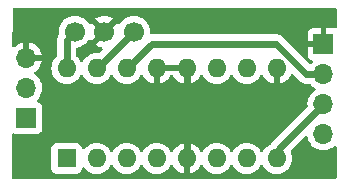
<source format=gbr>
%TF.GenerationSoftware,KiCad,Pcbnew,7.0.6*%
%TF.CreationDate,2024-01-05T23:35:14+05:00*%
%TF.ProjectId,FSKmodem,46534b6d-6f64-4656-9d2e-6b696361645f,rev?*%
%TF.SameCoordinates,Original*%
%TF.FileFunction,Copper,L1,Top*%
%TF.FilePolarity,Positive*%
%FSLAX46Y46*%
G04 Gerber Fmt 4.6, Leading zero omitted, Abs format (unit mm)*
G04 Created by KiCad (PCBNEW 7.0.6) date 2024-01-05 23:35:14*
%MOMM*%
%LPD*%
G01*
G04 APERTURE LIST*
%TA.AperFunction,ComponentPad*%
%ADD10R,1.700000X1.700000*%
%TD*%
%TA.AperFunction,ComponentPad*%
%ADD11O,1.700000X1.700000*%
%TD*%
%TA.AperFunction,ComponentPad*%
%ADD12R,1.600000X1.600000*%
%TD*%
%TA.AperFunction,ComponentPad*%
%ADD13O,1.600000X1.600000*%
%TD*%
%TA.AperFunction,ComponentPad*%
%ADD14C,1.700000*%
%TD*%
%TA.AperFunction,Conductor*%
%ADD15C,0.600000*%
%TD*%
G04 APERTURE END LIST*
D10*
%TO.P,SV2,1,1*%
%TO.N,GND*%
X128975000Y-67282500D03*
D11*
%TO.P,SV2,2,2*%
%TO.N,Net-(IC1-TXD)*%
X128975000Y-69822500D03*
%TO.P,SV2,3,3*%
%TO.N,Net-(IC1-RXD)*%
X128975000Y-72362500D03*
%TO.P,SV2,4,4*%
%TO.N,+5V*%
X128975000Y-74902500D03*
%TD*%
D12*
%TO.P,IC1,1,VDD*%
%TO.N,+5V*%
X107240900Y-76945800D03*
D13*
%TO.P,IC1,2,CLK*%
%TO.N,unconnected-(IC1-CLK-Pad2)*%
X109780900Y-76945800D03*
%TO.P,IC1,3,CDT*%
%TO.N,unconnected-(IC1-CDT-Pad3)*%
X112320900Y-76945800D03*
%TO.P,IC1,4,RXA*%
%TO.N,Net-(IC1-RXA)*%
X114860900Y-76945800D03*
%TO.P,IC1,5,TRS*%
%TO.N,GND*%
X117400900Y-76945800D03*
%TO.P,IC1,6,RXT*%
%TO.N,unconnected-(IC1-RXT-Pad6)*%
X119940900Y-76945800D03*
%TO.P,IC1,7,RXB*%
%TO.N,Net-(IC1-RXB)*%
X122480900Y-76945800D03*
%TO.P,IC1,8,RXD*%
%TO.N,Net-(IC1-RXD)*%
X125020900Y-76945800D03*
%TO.P,IC1,9,VSS*%
%TO.N,GND*%
X125020900Y-69325800D03*
%TO.P,IC1,10,CDL*%
%TO.N,Net-(IC1-CDL)*%
X122480900Y-69325800D03*
%TO.P,IC1,11,TXA*%
%TO.N,Net-(IC1-TXA)*%
X119940900Y-69325800D03*
%TO.P,IC1,12,TXR2*%
%TO.N,GND*%
X117400900Y-69325800D03*
%TO.P,IC1,13,TXR1*%
X114860900Y-69325800D03*
%TO.P,IC1,14,TXD*%
%TO.N,Net-(IC1-TXD)*%
X112320900Y-69325800D03*
%TO.P,IC1,15,OSC1*%
%TO.N,Net-(IC1-OSC1)*%
X109780900Y-69325800D03*
%TO.P,IC1,16,OSC2*%
%TO.N,Net-(IC1-OSC2)*%
X107240900Y-69325800D03*
%TD*%
D10*
%TO.P,SV1,1,1*%
%TO.N,Net-(C1-Pad2)*%
X103825480Y-73528788D03*
D11*
%TO.P,SV1,2,2*%
%TO.N,Net-(C2-Pad2)*%
X103825480Y-70988788D03*
%TO.P,SV1,3,3*%
%TO.N,GND*%
X103825480Y-68448788D03*
%TD*%
D14*
%TO.P,Q1,1,1*%
%TO.N,Net-(IC1-OSC1)*%
X112920606Y-66213256D03*
%TO.P,Q1,2,VSS*%
%TO.N,GND*%
X110420606Y-66213256D03*
%TO.P,Q1,3,3*%
%TO.N,Net-(IC1-OSC2)*%
X107920606Y-66213256D03*
%TD*%
D15*
%TO.N,GND*%
X117400900Y-76945800D02*
X117400900Y-69325800D01*
%TO.N,Net-(IC1-RXD)*%
X125020900Y-76316600D02*
X125020900Y-76945800D01*
X128975000Y-72362500D02*
X125020900Y-76316600D01*
%TO.N,Net-(IC1-TXD)*%
X124924300Y-67221800D02*
X114424900Y-67221800D01*
X128975000Y-69822500D02*
X127525000Y-69822500D01*
X114424900Y-67221800D02*
X112320900Y-69325800D01*
X127525000Y-69822500D02*
X124924300Y-67221800D01*
%TO.N,Net-(IC1-OSC1)*%
X109808062Y-69325800D02*
X112920606Y-66213256D01*
X109780900Y-69325800D02*
X109808062Y-69325800D01*
%TO.N,Net-(IC1-OSC2)*%
X107240900Y-69325800D02*
X107240900Y-66892962D01*
X107240900Y-66892962D02*
X107920606Y-66213256D01*
%TD*%
%TA.AperFunction,Conductor*%
%TO.N,GND*%
G36*
X130033740Y-64212236D02*
G01*
X130079495Y-64265040D01*
X130090701Y-64316551D01*
X130090701Y-65819597D01*
X130071016Y-65886636D01*
X130018212Y-65932391D01*
X129949054Y-65942335D01*
X129938198Y-65940277D01*
X129932375Y-65938901D01*
X129872844Y-65932500D01*
X129225000Y-65932500D01*
X129225000Y-66846998D01*
X129117315Y-66797820D01*
X129010763Y-66782500D01*
X128939237Y-66782500D01*
X128832685Y-66797820D01*
X128724999Y-66846998D01*
X128725000Y-65932500D01*
X128077155Y-65932500D01*
X128017627Y-65938901D01*
X128017620Y-65938903D01*
X127882913Y-65989145D01*
X127882906Y-65989149D01*
X127767812Y-66075309D01*
X127767809Y-66075312D01*
X127681649Y-66190406D01*
X127681645Y-66190413D01*
X127631403Y-66325120D01*
X127631401Y-66325127D01*
X127625000Y-66384655D01*
X127625000Y-67032500D01*
X128541314Y-67032500D01*
X128515507Y-67072656D01*
X128475000Y-67210611D01*
X128475000Y-67354389D01*
X128515507Y-67492344D01*
X128541314Y-67532500D01*
X127625000Y-67532500D01*
X127625000Y-68180344D01*
X127631401Y-68239872D01*
X127631403Y-68239879D01*
X127681645Y-68374586D01*
X127681649Y-68374593D01*
X127767809Y-68489687D01*
X127767812Y-68489690D01*
X127882906Y-68575850D01*
X127882913Y-68575854D01*
X128014470Y-68624921D01*
X128070403Y-68666792D01*
X128094821Y-68732256D01*
X128079970Y-68800529D01*
X128058818Y-68828784D01*
X127948771Y-68938831D01*
X127887448Y-68972316D01*
X127817756Y-68967332D01*
X127773409Y-68938831D01*
X125426561Y-66591983D01*
X125391204Y-66569767D01*
X125385530Y-66565741D01*
X125352889Y-66539710D01*
X125315259Y-66521587D01*
X125309172Y-66518222D01*
X125273825Y-66496012D01*
X125234414Y-66482221D01*
X125227988Y-66479559D01*
X125190361Y-66461439D01*
X125149645Y-66452145D01*
X125142962Y-66450220D01*
X125103559Y-66436432D01*
X125062063Y-66431755D01*
X125055208Y-66430591D01*
X125014500Y-66421301D01*
X125014496Y-66421300D01*
X125014494Y-66421300D01*
X124969254Y-66421300D01*
X114515094Y-66421300D01*
X114393385Y-66421300D01*
X114326346Y-66401615D01*
X114280591Y-66348811D01*
X114269857Y-66286491D01*
X114276265Y-66213255D01*
X114264196Y-66075309D01*
X114255669Y-65977848D01*
X114194509Y-65749593D01*
X114094641Y-65535427D01*
X114069337Y-65499288D01*
X113959100Y-65341853D01*
X113792008Y-65174762D01*
X113792001Y-65174757D01*
X113598440Y-65039223D01*
X113598436Y-65039221D01*
X113598434Y-65039220D01*
X113384269Y-64939353D01*
X113384265Y-64939352D01*
X113384261Y-64939350D01*
X113156019Y-64878194D01*
X113156009Y-64878192D01*
X112920607Y-64857597D01*
X112920605Y-64857597D01*
X112685202Y-64878192D01*
X112685192Y-64878194D01*
X112456950Y-64939350D01*
X112456941Y-64939354D01*
X112242777Y-65039220D01*
X112242775Y-65039221D01*
X112049203Y-65174761D01*
X111882114Y-65341850D01*
X111771875Y-65499288D01*
X111717298Y-65542912D01*
X111647799Y-65550105D01*
X111585445Y-65518583D01*
X111568725Y-65499287D01*
X111535532Y-65451882D01*
X111535531Y-65451881D01*
X110903682Y-66083731D01*
X110880099Y-66003412D01*
X110802367Y-65882458D01*
X110693706Y-65788304D01*
X110562921Y-65728576D01*
X110553139Y-65727169D01*
X111181979Y-65098329D01*
X111181979Y-65098328D01*
X111098189Y-65039658D01*
X111098185Y-65039656D01*
X110884098Y-64939826D01*
X110884089Y-64939822D01*
X110655932Y-64878688D01*
X110655921Y-64878686D01*
X110420608Y-64858099D01*
X110420604Y-64858099D01*
X110185290Y-64878686D01*
X110185279Y-64878688D01*
X109957122Y-64939822D01*
X109957113Y-64939826D01*
X109743025Y-65039657D01*
X109659231Y-65098328D01*
X110288072Y-65727169D01*
X110278291Y-65728576D01*
X110147506Y-65788304D01*
X110038845Y-65882458D01*
X109961113Y-66003412D01*
X109937529Y-66083732D01*
X109305678Y-65451881D01*
X109305677Y-65451882D01*
X109272485Y-65499287D01*
X109217908Y-65542912D01*
X109148410Y-65550106D01*
X109086055Y-65518583D01*
X109069336Y-65499288D01*
X108959101Y-65341855D01*
X108792007Y-65174761D01*
X108682851Y-65098329D01*
X108598440Y-65039223D01*
X108598436Y-65039221D01*
X108598434Y-65039220D01*
X108384269Y-64939353D01*
X108384265Y-64939352D01*
X108384261Y-64939350D01*
X108156019Y-64878194D01*
X108156009Y-64878192D01*
X107920607Y-64857597D01*
X107920605Y-64857597D01*
X107685202Y-64878192D01*
X107685192Y-64878194D01*
X107456950Y-64939350D01*
X107456941Y-64939354D01*
X107242777Y-65039220D01*
X107242775Y-65039221D01*
X107049203Y-65174761D01*
X106882111Y-65341853D01*
X106746571Y-65535425D01*
X106746570Y-65535427D01*
X106646704Y-65749591D01*
X106646700Y-65749600D01*
X106585544Y-65977842D01*
X106585542Y-65977852D01*
X106564947Y-66213255D01*
X106564947Y-66213258D01*
X106579850Y-66383605D01*
X106566083Y-66452105D01*
X106561320Y-66460378D01*
X106558810Y-66464371D01*
X106540691Y-66501995D01*
X106537327Y-66508082D01*
X106515112Y-66543438D01*
X106515108Y-66543445D01*
X106501316Y-66582857D01*
X106498655Y-66589282D01*
X106480539Y-66626901D01*
X106471244Y-66667621D01*
X106469319Y-66674303D01*
X106455532Y-66713706D01*
X106450855Y-66755197D01*
X106449691Y-66762051D01*
X106440400Y-66802768D01*
X106440400Y-68235751D01*
X106420715Y-68302790D01*
X106404081Y-68323432D01*
X106240854Y-68486658D01*
X106110332Y-68673065D01*
X106110331Y-68673067D01*
X106014161Y-68879302D01*
X106014158Y-68879311D01*
X105955266Y-69099102D01*
X105955264Y-69099113D01*
X105935432Y-69325798D01*
X105935432Y-69325801D01*
X105955264Y-69552486D01*
X105955266Y-69552497D01*
X106014158Y-69772288D01*
X106014161Y-69772297D01*
X106110331Y-69978532D01*
X106110332Y-69978534D01*
X106240854Y-70164941D01*
X106401758Y-70325845D01*
X106401761Y-70325847D01*
X106588166Y-70456368D01*
X106794404Y-70552539D01*
X106794409Y-70552540D01*
X106794411Y-70552541D01*
X106839954Y-70564744D01*
X107014208Y-70611435D01*
X107176130Y-70625601D01*
X107240898Y-70631268D01*
X107240900Y-70631268D01*
X107240902Y-70631268D01*
X107297573Y-70626309D01*
X107467592Y-70611435D01*
X107687396Y-70552539D01*
X107893634Y-70456368D01*
X108080039Y-70325847D01*
X108240947Y-70164939D01*
X108371468Y-69978534D01*
X108398518Y-69920524D01*
X108444690Y-69868085D01*
X108511883Y-69848933D01*
X108578765Y-69869148D01*
X108623282Y-69920525D01*
X108650329Y-69978528D01*
X108650332Y-69978534D01*
X108780854Y-70164941D01*
X108941758Y-70325845D01*
X108941761Y-70325847D01*
X109128166Y-70456368D01*
X109334404Y-70552539D01*
X109334409Y-70552540D01*
X109334411Y-70552541D01*
X109379954Y-70564744D01*
X109554208Y-70611435D01*
X109716130Y-70625601D01*
X109780898Y-70631268D01*
X109780900Y-70631268D01*
X109780902Y-70631268D01*
X109837572Y-70626309D01*
X110007592Y-70611435D01*
X110227396Y-70552539D01*
X110433634Y-70456368D01*
X110620039Y-70325847D01*
X110780947Y-70164939D01*
X110911468Y-69978534D01*
X110938518Y-69920524D01*
X110984690Y-69868085D01*
X111051883Y-69848933D01*
X111118765Y-69869148D01*
X111163282Y-69920525D01*
X111190329Y-69978528D01*
X111190332Y-69978534D01*
X111320854Y-70164941D01*
X111481758Y-70325845D01*
X111481761Y-70325847D01*
X111668166Y-70456368D01*
X111874404Y-70552539D01*
X111874409Y-70552540D01*
X111874411Y-70552541D01*
X111919954Y-70564744D01*
X112094208Y-70611435D01*
X112256130Y-70625601D01*
X112320898Y-70631268D01*
X112320900Y-70631268D01*
X112320902Y-70631268D01*
X112377573Y-70626309D01*
X112547592Y-70611435D01*
X112767396Y-70552539D01*
X112973634Y-70456368D01*
X113160039Y-70325847D01*
X113320947Y-70164939D01*
X113451468Y-69978534D01*
X113478795Y-69919929D01*
X113524964Y-69867495D01*
X113592157Y-69848342D01*
X113659039Y-69868557D01*
X113703557Y-69919933D01*
X113730765Y-69978282D01*
X113861242Y-70164620D01*
X114022079Y-70325457D01*
X114208417Y-70455934D01*
X114414573Y-70552065D01*
X114414582Y-70552069D01*
X114610899Y-70604672D01*
X114610900Y-70604671D01*
X114610900Y-69641486D01*
X114622855Y-69653441D01*
X114735752Y-69710965D01*
X114829419Y-69725800D01*
X114892381Y-69725800D01*
X114986048Y-69710965D01*
X115098945Y-69653441D01*
X115110900Y-69641486D01*
X115110900Y-70604672D01*
X115307217Y-70552069D01*
X115307226Y-70552065D01*
X115513382Y-70455934D01*
X115699720Y-70325457D01*
X115860557Y-70164620D01*
X115991034Y-69978281D01*
X115991035Y-69978279D01*
X116018518Y-69919343D01*
X116064690Y-69866903D01*
X116131883Y-69847751D01*
X116198764Y-69867966D01*
X116243282Y-69919343D01*
X116270764Y-69978279D01*
X116270765Y-69978281D01*
X116401242Y-70164620D01*
X116562079Y-70325457D01*
X116748417Y-70455934D01*
X116954573Y-70552065D01*
X116954582Y-70552069D01*
X117150899Y-70604672D01*
X117150900Y-70604671D01*
X117150900Y-69641486D01*
X117162855Y-69653441D01*
X117275752Y-69710965D01*
X117369419Y-69725800D01*
X117432381Y-69725800D01*
X117526048Y-69710965D01*
X117638945Y-69653441D01*
X117650900Y-69641485D01*
X117650900Y-70604672D01*
X117847217Y-70552069D01*
X117847226Y-70552065D01*
X118053382Y-70455934D01*
X118239720Y-70325457D01*
X118400557Y-70164620D01*
X118531032Y-69978284D01*
X118558241Y-69919934D01*
X118604413Y-69867495D01*
X118671607Y-69848342D01*
X118738488Y-69868557D01*
X118783005Y-69919932D01*
X118797163Y-69950293D01*
X118810331Y-69978532D01*
X118810332Y-69978534D01*
X118940854Y-70164941D01*
X119101758Y-70325845D01*
X119101761Y-70325847D01*
X119288166Y-70456368D01*
X119494404Y-70552539D01*
X119494409Y-70552540D01*
X119494411Y-70552541D01*
X119539954Y-70564744D01*
X119714208Y-70611435D01*
X119876130Y-70625601D01*
X119940898Y-70631268D01*
X119940900Y-70631268D01*
X119940902Y-70631268D01*
X119997572Y-70626309D01*
X120167592Y-70611435D01*
X120387396Y-70552539D01*
X120593634Y-70456368D01*
X120780039Y-70325847D01*
X120940947Y-70164939D01*
X121071468Y-69978534D01*
X121098519Y-69920521D01*
X121144688Y-69868086D01*
X121211881Y-69848933D01*
X121278762Y-69869148D01*
X121323280Y-69920522D01*
X121350332Y-69978534D01*
X121405910Y-70057908D01*
X121480854Y-70164941D01*
X121641758Y-70325845D01*
X121641761Y-70325847D01*
X121828166Y-70456368D01*
X122034404Y-70552539D01*
X122034409Y-70552540D01*
X122034411Y-70552541D01*
X122079954Y-70564744D01*
X122254208Y-70611435D01*
X122416130Y-70625601D01*
X122480898Y-70631268D01*
X122480900Y-70631268D01*
X122480902Y-70631268D01*
X122537573Y-70626309D01*
X122707592Y-70611435D01*
X122927396Y-70552539D01*
X123133634Y-70456368D01*
X123320039Y-70325847D01*
X123480947Y-70164939D01*
X123611468Y-69978534D01*
X123638795Y-69919929D01*
X123684964Y-69867495D01*
X123752157Y-69848342D01*
X123819039Y-69868557D01*
X123863557Y-69919933D01*
X123890765Y-69978282D01*
X124021242Y-70164620D01*
X124182079Y-70325457D01*
X124368417Y-70455934D01*
X124574573Y-70552065D01*
X124574582Y-70552069D01*
X124770899Y-70604672D01*
X124770900Y-70604671D01*
X124770900Y-69641485D01*
X124782855Y-69653441D01*
X124895752Y-69710965D01*
X124989419Y-69725800D01*
X125052381Y-69725800D01*
X125146048Y-69710965D01*
X125258945Y-69653441D01*
X125270900Y-69641485D01*
X125270900Y-70604672D01*
X125467217Y-70552069D01*
X125467226Y-70552065D01*
X125673382Y-70455934D01*
X125859720Y-70325457D01*
X126020557Y-70164620D01*
X126151032Y-69978284D01*
X126202656Y-69867575D01*
X126248828Y-69815136D01*
X126316022Y-69795983D01*
X126382903Y-69816198D01*
X126402715Y-69832294D01*
X126895183Y-70324762D01*
X126912619Y-70342198D01*
X126912625Y-70342203D01*
X127022738Y-70452316D01*
X127058089Y-70474528D01*
X127063765Y-70478555D01*
X127096411Y-70504590D01*
X127096412Y-70504591D01*
X127117548Y-70514769D01*
X127134035Y-70522708D01*
X127140112Y-70526067D01*
X127157635Y-70537077D01*
X127175477Y-70548289D01*
X127214891Y-70562081D01*
X127221320Y-70564744D01*
X127258941Y-70582861D01*
X127299641Y-70592150D01*
X127306328Y-70594076D01*
X127336608Y-70604671D01*
X127345745Y-70607868D01*
X127387241Y-70612543D01*
X127394093Y-70613707D01*
X127434806Y-70623000D01*
X127480046Y-70623000D01*
X127822309Y-70623000D01*
X127889348Y-70642685D01*
X127923884Y-70675876D01*
X127936508Y-70693905D01*
X128103597Y-70860993D01*
X128103603Y-70860998D01*
X128289158Y-70990925D01*
X128332783Y-71045502D01*
X128339977Y-71115000D01*
X128308454Y-71177355D01*
X128289158Y-71194075D01*
X128103597Y-71324005D01*
X127936505Y-71491097D01*
X127800965Y-71684669D01*
X127800964Y-71684671D01*
X127701098Y-71898835D01*
X127701094Y-71898844D01*
X127639938Y-72127086D01*
X127639936Y-72127096D01*
X127619341Y-72362499D01*
X127619341Y-72362502D01*
X127632288Y-72510491D01*
X127618521Y-72578991D01*
X127596441Y-72608979D01*
X126823674Y-73381747D01*
X124518638Y-75686783D01*
X124518638Y-75686784D01*
X124424890Y-75780529D01*
X124389620Y-75805227D01*
X124368162Y-75815233D01*
X124181758Y-75945754D01*
X124020854Y-76106658D01*
X123890332Y-76293065D01*
X123890330Y-76293068D01*
X123863280Y-76351077D01*
X123817107Y-76403515D01*
X123749913Y-76422666D01*
X123683032Y-76402449D01*
X123638519Y-76351077D01*
X123611468Y-76293066D01*
X123585496Y-76255973D01*
X123480945Y-76106658D01*
X123320041Y-75945754D01*
X123133634Y-75815232D01*
X123133632Y-75815231D01*
X122927397Y-75719061D01*
X122927388Y-75719058D01*
X122707597Y-75660166D01*
X122707593Y-75660165D01*
X122707592Y-75660165D01*
X122707591Y-75660164D01*
X122707586Y-75660164D01*
X122480902Y-75640332D01*
X122480898Y-75640332D01*
X122254213Y-75660164D01*
X122254202Y-75660166D01*
X122034411Y-75719058D01*
X122034402Y-75719061D01*
X121828167Y-75815231D01*
X121828165Y-75815232D01*
X121641758Y-75945754D01*
X121480854Y-76106658D01*
X121350332Y-76293065D01*
X121350330Y-76293068D01*
X121323280Y-76351077D01*
X121277107Y-76403515D01*
X121209913Y-76422666D01*
X121143032Y-76402449D01*
X121098519Y-76351077D01*
X121071468Y-76293066D01*
X121045496Y-76255973D01*
X120940945Y-76106658D01*
X120780041Y-75945754D01*
X120593634Y-75815232D01*
X120593632Y-75815231D01*
X120387397Y-75719061D01*
X120387388Y-75719058D01*
X120167597Y-75660166D01*
X120167593Y-75660165D01*
X120167592Y-75660165D01*
X120167591Y-75660164D01*
X120167586Y-75660164D01*
X119940902Y-75640332D01*
X119940898Y-75640332D01*
X119714213Y-75660164D01*
X119714202Y-75660166D01*
X119494411Y-75719058D01*
X119494402Y-75719061D01*
X119288167Y-75815231D01*
X119288165Y-75815232D01*
X119101758Y-75945754D01*
X118940854Y-76106658D01*
X118810334Y-76293063D01*
X118810332Y-76293066D01*
X118783283Y-76351074D01*
X118783006Y-76351667D01*
X118736833Y-76404106D01*
X118669639Y-76423257D01*
X118602758Y-76403041D01*
X118558242Y-76351665D01*
X118531035Y-76293320D01*
X118531034Y-76293318D01*
X118400557Y-76106979D01*
X118239720Y-75946142D01*
X118053382Y-75815665D01*
X117847228Y-75719534D01*
X117650900Y-75666927D01*
X117650900Y-76630114D01*
X117638945Y-76618159D01*
X117526048Y-76560635D01*
X117432381Y-76545800D01*
X117369419Y-76545800D01*
X117275752Y-76560635D01*
X117162855Y-76618159D01*
X117150900Y-76630113D01*
X117150900Y-75666927D01*
X116954571Y-75719534D01*
X116748417Y-75815665D01*
X116562079Y-75946142D01*
X116401242Y-76106979D01*
X116270767Y-76293315D01*
X116243557Y-76351667D01*
X116197384Y-76404106D01*
X116130190Y-76423257D01*
X116063309Y-76403041D01*
X116018793Y-76351665D01*
X116018517Y-76351074D01*
X115991468Y-76293066D01*
X115860947Y-76106661D01*
X115860945Y-76106658D01*
X115700041Y-75945754D01*
X115513634Y-75815232D01*
X115513632Y-75815231D01*
X115307397Y-75719061D01*
X115307388Y-75719058D01*
X115087597Y-75660166D01*
X115087593Y-75660165D01*
X115087592Y-75660165D01*
X115087591Y-75660164D01*
X115087586Y-75660164D01*
X114860902Y-75640332D01*
X114860898Y-75640332D01*
X114634213Y-75660164D01*
X114634202Y-75660166D01*
X114414411Y-75719058D01*
X114414402Y-75719061D01*
X114208167Y-75815231D01*
X114208165Y-75815232D01*
X114021758Y-75945754D01*
X113860854Y-76106658D01*
X113730332Y-76293065D01*
X113730331Y-76293067D01*
X113703282Y-76351075D01*
X113657109Y-76403514D01*
X113589916Y-76422666D01*
X113523035Y-76402450D01*
X113478518Y-76351075D01*
X113451586Y-76293320D01*
X113451468Y-76293066D01*
X113320947Y-76106661D01*
X113320945Y-76106658D01*
X113160041Y-75945754D01*
X112973634Y-75815232D01*
X112973632Y-75815231D01*
X112767397Y-75719061D01*
X112767388Y-75719058D01*
X112547597Y-75660166D01*
X112547593Y-75660165D01*
X112547592Y-75660165D01*
X112547591Y-75660164D01*
X112547586Y-75660164D01*
X112320902Y-75640332D01*
X112320898Y-75640332D01*
X112094213Y-75660164D01*
X112094202Y-75660166D01*
X111874411Y-75719058D01*
X111874402Y-75719061D01*
X111668167Y-75815231D01*
X111668165Y-75815232D01*
X111481758Y-75945754D01*
X111320854Y-76106658D01*
X111190332Y-76293065D01*
X111190331Y-76293067D01*
X111163282Y-76351075D01*
X111117109Y-76403514D01*
X111049916Y-76422666D01*
X110983035Y-76402450D01*
X110938518Y-76351075D01*
X110911586Y-76293320D01*
X110911468Y-76293066D01*
X110780947Y-76106661D01*
X110780945Y-76106658D01*
X110620041Y-75945754D01*
X110433634Y-75815232D01*
X110433632Y-75815231D01*
X110227397Y-75719061D01*
X110227388Y-75719058D01*
X110007597Y-75660166D01*
X110007593Y-75660165D01*
X110007592Y-75660165D01*
X110007591Y-75660164D01*
X110007586Y-75660164D01*
X109780902Y-75640332D01*
X109780898Y-75640332D01*
X109554213Y-75660164D01*
X109554202Y-75660166D01*
X109334411Y-75719058D01*
X109334402Y-75719061D01*
X109128167Y-75815231D01*
X109128165Y-75815232D01*
X108941758Y-75945754D01*
X108780854Y-76106658D01*
X108763625Y-76131264D01*
X108709047Y-76174888D01*
X108639548Y-76182080D01*
X108577194Y-76150557D01*
X108541782Y-76090326D01*
X108538761Y-76073391D01*
X108534991Y-76038316D01*
X108484697Y-75903471D01*
X108484693Y-75903464D01*
X108398447Y-75788255D01*
X108398444Y-75788252D01*
X108283235Y-75702006D01*
X108283228Y-75702002D01*
X108148382Y-75651708D01*
X108148383Y-75651708D01*
X108088783Y-75645301D01*
X108088781Y-75645300D01*
X108088773Y-75645300D01*
X108088764Y-75645300D01*
X106393029Y-75645300D01*
X106393023Y-75645301D01*
X106333416Y-75651708D01*
X106198571Y-75702002D01*
X106198564Y-75702006D01*
X106083355Y-75788252D01*
X106083352Y-75788255D01*
X105997106Y-75903464D01*
X105997102Y-75903471D01*
X105946808Y-76038317D01*
X105940401Y-76097916D01*
X105940400Y-76097935D01*
X105940400Y-77793670D01*
X105940401Y-77793676D01*
X105946808Y-77853283D01*
X105997102Y-77988128D01*
X105997106Y-77988135D01*
X106083352Y-78103344D01*
X106083355Y-78103347D01*
X106198564Y-78189593D01*
X106198571Y-78189597D01*
X106333417Y-78239891D01*
X106333416Y-78239891D01*
X106340344Y-78240635D01*
X106393027Y-78246300D01*
X108088772Y-78246299D01*
X108148383Y-78239891D01*
X108283231Y-78189596D01*
X108398446Y-78103346D01*
X108484696Y-77988131D01*
X108534991Y-77853283D01*
X108538762Y-77818201D01*
X108565499Y-77753655D01*
X108622890Y-77713806D01*
X108692716Y-77711311D01*
X108752805Y-77746963D01*
X108763626Y-77760336D01*
X108780856Y-77784943D01*
X108941758Y-77945845D01*
X108941761Y-77945847D01*
X109128166Y-78076368D01*
X109334404Y-78172539D01*
X109554208Y-78231435D01*
X109716130Y-78245601D01*
X109780898Y-78251268D01*
X109780900Y-78251268D01*
X109780902Y-78251268D01*
X109837707Y-78246298D01*
X110007592Y-78231435D01*
X110227396Y-78172539D01*
X110433634Y-78076368D01*
X110620039Y-77945847D01*
X110780947Y-77784939D01*
X110911468Y-77598534D01*
X110938518Y-77540524D01*
X110984690Y-77488085D01*
X111051883Y-77468933D01*
X111118765Y-77489148D01*
X111163282Y-77540525D01*
X111190329Y-77598528D01*
X111190332Y-77598534D01*
X111320854Y-77784941D01*
X111481758Y-77945845D01*
X111481761Y-77945847D01*
X111668166Y-78076368D01*
X111874404Y-78172539D01*
X112094208Y-78231435D01*
X112256130Y-78245601D01*
X112320898Y-78251268D01*
X112320900Y-78251268D01*
X112320902Y-78251268D01*
X112377707Y-78246298D01*
X112547592Y-78231435D01*
X112767396Y-78172539D01*
X112973634Y-78076368D01*
X113160039Y-77945847D01*
X113320947Y-77784939D01*
X113451468Y-77598534D01*
X113478518Y-77540524D01*
X113524690Y-77488085D01*
X113591883Y-77468933D01*
X113658765Y-77489148D01*
X113703282Y-77540525D01*
X113730329Y-77598528D01*
X113730332Y-77598534D01*
X113860854Y-77784941D01*
X114021758Y-77945845D01*
X114021761Y-77945847D01*
X114208166Y-78076368D01*
X114414404Y-78172539D01*
X114634208Y-78231435D01*
X114796130Y-78245601D01*
X114860898Y-78251268D01*
X114860900Y-78251268D01*
X114860902Y-78251268D01*
X114917707Y-78246298D01*
X115087592Y-78231435D01*
X115307396Y-78172539D01*
X115513634Y-78076368D01*
X115700039Y-77945847D01*
X115860947Y-77784939D01*
X115991468Y-77598534D01*
X116018795Y-77539929D01*
X116064964Y-77487495D01*
X116132157Y-77468342D01*
X116199039Y-77488557D01*
X116243557Y-77539933D01*
X116270765Y-77598282D01*
X116401242Y-77784620D01*
X116562079Y-77945457D01*
X116748417Y-78075934D01*
X116954573Y-78172065D01*
X116954582Y-78172069D01*
X117150899Y-78224672D01*
X117150900Y-78224671D01*
X117150900Y-77261486D01*
X117162855Y-77273441D01*
X117275752Y-77330965D01*
X117369419Y-77345800D01*
X117432381Y-77345800D01*
X117526048Y-77330965D01*
X117638945Y-77273441D01*
X117650900Y-77261486D01*
X117650900Y-78224672D01*
X117847217Y-78172069D01*
X117847226Y-78172065D01*
X118053382Y-78075934D01*
X118239720Y-77945457D01*
X118400557Y-77784620D01*
X118531032Y-77598284D01*
X118558241Y-77539934D01*
X118604413Y-77487495D01*
X118671607Y-77468342D01*
X118738488Y-77488557D01*
X118783006Y-77539933D01*
X118810331Y-77598532D01*
X118810332Y-77598534D01*
X118940854Y-77784941D01*
X119101758Y-77945845D01*
X119101761Y-77945847D01*
X119288166Y-78076368D01*
X119494404Y-78172539D01*
X119714208Y-78231435D01*
X119876130Y-78245601D01*
X119940898Y-78251268D01*
X119940900Y-78251268D01*
X119940902Y-78251268D01*
X119997707Y-78246298D01*
X120167592Y-78231435D01*
X120387396Y-78172539D01*
X120593634Y-78076368D01*
X120780039Y-77945847D01*
X120940947Y-77784939D01*
X121071468Y-77598534D01*
X121098518Y-77540524D01*
X121144690Y-77488085D01*
X121211883Y-77468933D01*
X121278765Y-77489148D01*
X121323282Y-77540525D01*
X121350329Y-77598528D01*
X121350332Y-77598534D01*
X121480854Y-77784941D01*
X121641758Y-77945845D01*
X121641761Y-77945847D01*
X121828166Y-78076368D01*
X122034404Y-78172539D01*
X122254208Y-78231435D01*
X122416130Y-78245601D01*
X122480898Y-78251268D01*
X122480900Y-78251268D01*
X122480902Y-78251268D01*
X122537707Y-78246298D01*
X122707592Y-78231435D01*
X122927396Y-78172539D01*
X123133634Y-78076368D01*
X123320039Y-77945847D01*
X123480947Y-77784939D01*
X123611468Y-77598534D01*
X123638518Y-77540524D01*
X123684690Y-77488085D01*
X123751883Y-77468933D01*
X123818765Y-77489148D01*
X123863282Y-77540525D01*
X123890329Y-77598528D01*
X123890332Y-77598534D01*
X124020854Y-77784941D01*
X124181758Y-77945845D01*
X124181761Y-77945847D01*
X124368166Y-78076368D01*
X124574404Y-78172539D01*
X124794208Y-78231435D01*
X124956130Y-78245601D01*
X125020898Y-78251268D01*
X125020900Y-78251268D01*
X125020902Y-78251268D01*
X125077707Y-78246298D01*
X125247592Y-78231435D01*
X125467396Y-78172539D01*
X125673634Y-78076368D01*
X125860039Y-77945847D01*
X126020947Y-77784939D01*
X126151468Y-77598534D01*
X126247639Y-77392296D01*
X126306535Y-77172492D01*
X126326368Y-76945800D01*
X126306535Y-76719108D01*
X126247639Y-76499304D01*
X126196125Y-76388834D01*
X126185634Y-76319757D01*
X126214154Y-76255973D01*
X126220814Y-76248762D01*
X127427106Y-75042470D01*
X127488427Y-75008987D01*
X127558119Y-75013971D01*
X127614052Y-75055843D01*
X127638313Y-75119345D01*
X127639936Y-75137903D01*
X127639938Y-75137913D01*
X127701094Y-75366155D01*
X127701096Y-75366159D01*
X127701097Y-75366163D01*
X127800965Y-75580329D01*
X127800965Y-75580330D01*
X127800967Y-75580334D01*
X127898103Y-75719058D01*
X127936505Y-75773901D01*
X128103599Y-75940995D01*
X128110396Y-75945754D01*
X128297165Y-76076532D01*
X128297167Y-76076533D01*
X128297170Y-76076535D01*
X128511337Y-76176403D01*
X128739592Y-76237563D01*
X128927918Y-76254039D01*
X128974999Y-76258159D01*
X128975000Y-76258159D01*
X128975001Y-76258159D01*
X129014234Y-76254726D01*
X129210408Y-76237563D01*
X129438663Y-76176403D01*
X129652830Y-76076535D01*
X129846401Y-75940995D01*
X129879019Y-75908376D01*
X129940343Y-75874891D01*
X130010035Y-75879875D01*
X130065968Y-75921747D01*
X130090385Y-75987211D01*
X130090701Y-75996057D01*
X130090701Y-78567551D01*
X130071016Y-78634590D01*
X130018212Y-78680345D01*
X129966701Y-78691551D01*
X102715701Y-78691551D01*
X102648662Y-78671866D01*
X102602907Y-78619062D01*
X102591701Y-78567551D01*
X102591701Y-74948420D01*
X102611386Y-74881381D01*
X102664190Y-74835626D01*
X102733348Y-74825682D01*
X102759027Y-74832236D01*
X102867997Y-74872879D01*
X102927607Y-74879288D01*
X104723352Y-74879287D01*
X104782963Y-74872879D01*
X104917811Y-74822584D01*
X105033026Y-74736334D01*
X105119276Y-74621119D01*
X105169571Y-74486271D01*
X105175980Y-74426661D01*
X105175979Y-72630916D01*
X105169571Y-72571305D01*
X105119276Y-72436457D01*
X105119275Y-72436456D01*
X105119273Y-72436452D01*
X105033027Y-72321243D01*
X105033024Y-72321240D01*
X104917815Y-72234994D01*
X104917808Y-72234990D01*
X104786397Y-72185977D01*
X104730463Y-72144106D01*
X104706046Y-72078641D01*
X104720898Y-72010368D01*
X104742043Y-71982120D01*
X104863975Y-71860189D01*
X104999515Y-71666618D01*
X105099383Y-71452451D01*
X105160543Y-71224196D01*
X105181139Y-70988788D01*
X105160543Y-70753380D01*
X105106729Y-70552541D01*
X105099385Y-70525132D01*
X105099384Y-70525131D01*
X105099383Y-70525125D01*
X104999515Y-70310959D01*
X104897272Y-70164939D01*
X104863974Y-70117385D01*
X104696882Y-69950294D01*
X104696881Y-69950293D01*
X104510885Y-69820057D01*
X104467261Y-69765480D01*
X104460068Y-69695981D01*
X104491590Y-69633627D01*
X104510885Y-69616907D01*
X104696562Y-69486893D01*
X104863585Y-69319870D01*
X104999080Y-69126366D01*
X105098909Y-68912280D01*
X105098912Y-68912274D01*
X105156116Y-68698788D01*
X104259166Y-68698788D01*
X104284973Y-68658632D01*
X104325480Y-68520677D01*
X104325480Y-68376899D01*
X104284973Y-68238944D01*
X104259166Y-68198788D01*
X105156116Y-68198788D01*
X105156115Y-68198787D01*
X105098912Y-67985301D01*
X105098909Y-67985295D01*
X104999080Y-67771210D01*
X104999079Y-67771208D01*
X104863593Y-67577714D01*
X104863588Y-67577708D01*
X104696562Y-67410682D01*
X104503058Y-67275187D01*
X104288972Y-67175358D01*
X104288966Y-67175355D01*
X104075480Y-67118152D01*
X104075479Y-67118152D01*
X104075479Y-68013286D01*
X103967795Y-67964108D01*
X103861243Y-67948788D01*
X103789717Y-67948788D01*
X103683165Y-67964108D01*
X103575479Y-68013286D01*
X103575479Y-67118152D01*
X103575478Y-67118152D01*
X103361985Y-67175358D01*
X103147902Y-67275187D01*
X103147900Y-67275188D01*
X102954406Y-67410674D01*
X102845237Y-67519843D01*
X102783914Y-67553327D01*
X102714222Y-67548343D01*
X102658289Y-67506471D01*
X102633872Y-67441007D01*
X102633560Y-67431377D01*
X102648943Y-65098328D01*
X102654103Y-64315733D01*
X102674229Y-64248825D01*
X102727333Y-64203419D01*
X102778100Y-64192551D01*
X129966701Y-64192551D01*
X130033740Y-64212236D01*
G37*
%TD.AperFunction*%
%TA.AperFunction,Conductor*%
G36*
X117073259Y-69087755D02*
G01*
X117015735Y-69200652D01*
X116995914Y-69325800D01*
X117015735Y-69450948D01*
X117073259Y-69563845D01*
X117085214Y-69575800D01*
X115176586Y-69575800D01*
X115188541Y-69563845D01*
X115246065Y-69450948D01*
X115265886Y-69325800D01*
X115246065Y-69200652D01*
X115188541Y-69087755D01*
X115176586Y-69075800D01*
X117085214Y-69075800D01*
X117073259Y-69087755D01*
G37*
%TD.AperFunction*%
%TA.AperFunction,Conductor*%
G36*
X109961113Y-66423100D02*
G01*
X110038845Y-66544054D01*
X110147506Y-66638208D01*
X110278291Y-66697936D01*
X110288072Y-66699342D01*
X109659231Y-67328181D01*
X109743027Y-67386855D01*
X109957113Y-67486685D01*
X109957122Y-67486689D01*
X110189724Y-67549014D01*
X110249385Y-67585379D01*
X110279914Y-67648226D01*
X110271619Y-67717601D01*
X110245312Y-67756470D01*
X110006203Y-67995579D01*
X109944880Y-68029064D01*
X109907715Y-68031426D01*
X109780902Y-68020332D01*
X109780898Y-68020332D01*
X109554213Y-68040164D01*
X109554202Y-68040166D01*
X109334411Y-68099058D01*
X109334402Y-68099061D01*
X109128167Y-68195231D01*
X109128165Y-68195232D01*
X108941758Y-68325754D01*
X108780854Y-68486658D01*
X108650332Y-68673065D01*
X108650331Y-68673067D01*
X108623282Y-68731075D01*
X108577109Y-68783514D01*
X108509916Y-68802666D01*
X108443035Y-68782450D01*
X108398518Y-68731075D01*
X108371586Y-68673320D01*
X108371468Y-68673066D01*
X108240947Y-68486661D01*
X108240945Y-68486658D01*
X108077719Y-68323432D01*
X108044234Y-68262109D01*
X108041400Y-68235751D01*
X108041400Y-67671971D01*
X108061085Y-67604932D01*
X108113889Y-67559177D01*
X108150722Y-67549464D01*
X108150686Y-67549258D01*
X108153154Y-67548822D01*
X108154594Y-67548443D01*
X108156014Y-67548319D01*
X108384269Y-67487159D01*
X108598436Y-67387291D01*
X108792007Y-67251751D01*
X108959101Y-67084657D01*
X109069336Y-66927224D01*
X109123913Y-66883600D01*
X109193411Y-66876406D01*
X109255766Y-66907929D01*
X109272486Y-66927225D01*
X109305678Y-66974629D01*
X109305679Y-66974629D01*
X109937529Y-66342779D01*
X109961113Y-66423100D01*
G37*
%TD.AperFunction*%
%TD*%
M02*

</source>
